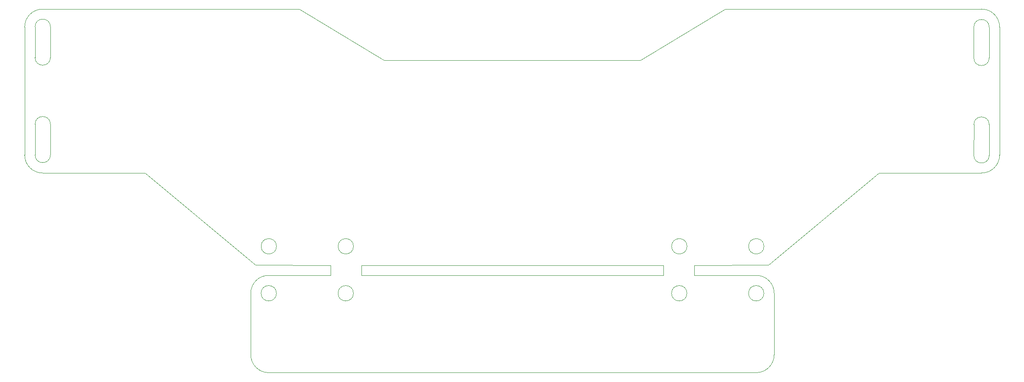
<source format=gbr>
%TF.GenerationSoftware,KiCad,Pcbnew,8.0.3*%
%TF.CreationDate,2024-10-06T13:34:10+03:00*%
%TF.ProjectId,Linefollower V6,4c696e65-666f-46c6-9c6f-776572205636,rev?*%
%TF.SameCoordinates,Original*%
%TF.FileFunction,Profile,NP*%
%FSLAX46Y46*%
G04 Gerber Fmt 4.6, Leading zero omitted, Abs format (unit mm)*
G04 Created by KiCad (PCBNEW 8.0.3) date 2024-10-06 13:34:10*
%MOMM*%
%LPD*%
G01*
G04 APERTURE LIST*
%TA.AperFunction,Profile*%
%ADD10C,0.100000*%
%TD*%
G04 APERTURE END LIST*
D10*
X124300625Y-112501822D02*
X183200625Y-112501822D01*
X203695000Y-110486822D02*
X189200625Y-110501822D01*
X183200625Y-110501822D02*
X124300625Y-110501822D01*
X189200625Y-112501822D02*
X201255000Y-112476822D01*
X124300625Y-110501822D02*
X124300625Y-112501822D01*
X118300625Y-110501822D02*
X103695000Y-110486822D01*
X118300625Y-112501822D02*
X118300625Y-110501822D01*
X106255000Y-112476822D02*
X118300625Y-112501822D01*
X183200625Y-112501822D02*
X183200625Y-110501822D01*
X189200625Y-110501822D02*
X189200625Y-112501822D01*
X202770625Y-106805572D02*
G75*
G02*
X199770625Y-106805572I-1500000J0D01*
G01*
X199770625Y-106805572D02*
G75*
G02*
X202770625Y-106805572I1500000J0D01*
G01*
X62188547Y-92490572D02*
X82188547Y-92490572D01*
X60713547Y-63940572D02*
G75*
G02*
X63713547Y-63940572I1500000J0D01*
G01*
X246663547Y-89040572D02*
G75*
G02*
X243663547Y-89040572I-1500000J0D01*
G01*
X102755000Y-115976822D02*
G75*
G02*
X106255000Y-112476797I3499925J100D01*
G01*
X62188547Y-60490572D02*
X112188547Y-60490572D01*
X187770625Y-106805572D02*
G75*
G02*
X184770625Y-106805572I-1500000J0D01*
G01*
X184770625Y-106805572D02*
G75*
G02*
X187770625Y-106805572I1500000J0D01*
G01*
X202755000Y-115976822D02*
G75*
G02*
X199755000Y-115976822I-1500000J0D01*
G01*
X199755000Y-115976822D02*
G75*
G02*
X202755000Y-115976822I1500000J0D01*
G01*
X225188547Y-92490572D02*
X245188547Y-92490572D01*
X243666452Y-83040572D02*
G75*
G02*
X246666452Y-83040572I1500000J0D01*
G01*
X243663547Y-89040572D02*
X243666452Y-83040572D01*
X122760625Y-115976822D02*
G75*
G02*
X119760625Y-115976822I-1500000J0D01*
G01*
X119760625Y-115976822D02*
G75*
G02*
X122760625Y-115976822I1500000J0D01*
G01*
X107755000Y-115976822D02*
G75*
G02*
X104755000Y-115976822I-1500000J0D01*
G01*
X104755000Y-115976822D02*
G75*
G02*
X107755000Y-115976822I1500000J0D01*
G01*
X63710642Y-69940572D02*
X63713547Y-63940572D01*
X62188547Y-92490572D02*
G75*
G02*
X58688525Y-88990572I-22J3500000D01*
G01*
X102755000Y-127976822D02*
X102755000Y-115976822D01*
X204755000Y-127976822D02*
G75*
G02*
X201255000Y-131476797I-3499975J0D01*
G01*
X63713547Y-88965572D02*
X63716452Y-82965572D01*
X246663547Y-89040572D02*
X246666452Y-83040572D01*
X187760625Y-115976822D02*
G75*
G02*
X184760625Y-115976822I-1500000J0D01*
G01*
X184760625Y-115976822D02*
G75*
G02*
X187760625Y-115976822I1500000J0D01*
G01*
X122770625Y-106805572D02*
G75*
G02*
X119770625Y-106805572I-1500000J0D01*
G01*
X119770625Y-106805572D02*
G75*
G02*
X122770625Y-106805572I1500000J0D01*
G01*
X107770625Y-106805572D02*
G75*
G02*
X104770625Y-106805572I-1500000J0D01*
G01*
X104770625Y-106805572D02*
G75*
G02*
X107770625Y-106805572I1500000J0D01*
G01*
X60710642Y-69940572D02*
X60713547Y-63940572D01*
X201255000Y-112476822D02*
G75*
G02*
X204755025Y-115976822I25J-3500000D01*
G01*
X60713547Y-88965572D02*
X60716452Y-82965572D01*
X63713547Y-88965572D02*
G75*
G02*
X60713547Y-88965572I-1500000J0D01*
G01*
X58688547Y-88990572D02*
X58688547Y-63990572D01*
X195188547Y-60490572D02*
X178677500Y-70490572D01*
X106255000Y-131476822D02*
G75*
G02*
X102755025Y-127976822I25J3500000D01*
G01*
X60716452Y-82965572D02*
G75*
G02*
X63716452Y-82965572I1500000J0D01*
G01*
X243660642Y-70015572D02*
X243663547Y-64015572D01*
X204755000Y-115976822D02*
X204755000Y-127976822D01*
X128702500Y-70490572D02*
X112188547Y-60490572D01*
X128702500Y-70490572D02*
X178677500Y-70490572D01*
X201255000Y-131476822D02*
X106255000Y-131476822D01*
X245188547Y-60490572D02*
G75*
G02*
X248688525Y-63990572I-22J-3500000D01*
G01*
X58688547Y-63990572D02*
G75*
G02*
X62188547Y-60490574I3500058J-60D01*
G01*
X195188547Y-60490572D02*
X245188547Y-60490572D01*
X243663547Y-64015572D02*
G75*
G02*
X246663547Y-64015572I1500000J0D01*
G01*
X82188547Y-92490572D02*
X103695000Y-110486822D01*
X203695000Y-110486822D02*
X225188547Y-92490572D01*
X246660642Y-70015572D02*
G75*
G02*
X243660642Y-70015572I-1500000J0D01*
G01*
X248688547Y-63990572D02*
X248688547Y-88990572D01*
X246660642Y-70015572D02*
X246663547Y-64015572D01*
X248688547Y-88990572D02*
G75*
G02*
X245188547Y-92490494I-3500122J200D01*
G01*
X63710642Y-69940572D02*
G75*
G02*
X60710642Y-69940572I-1500000J0D01*
G01*
M02*

</source>
